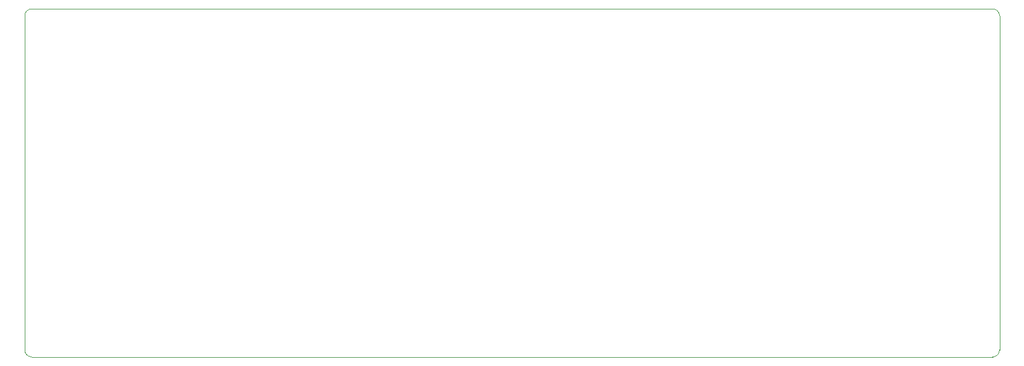
<source format=gbr>
%TF.GenerationSoftware,KiCad,Pcbnew,(6.0.0)*%
%TF.CreationDate,2022-01-09T22:19:22-05:00*%
%TF.ProjectId,Main-board-FeatherRP2040,4d61696e-2d62-46f6-9172-642d46656174,rev?*%
%TF.SameCoordinates,Original*%
%TF.FileFunction,Profile,NP*%
%FSLAX46Y46*%
G04 Gerber Fmt 4.6, Leading zero omitted, Abs format (unit mm)*
G04 Created by KiCad (PCBNEW (6.0.0)) date 2022-01-09 22:19:22*
%MOMM*%
%LPD*%
G01*
G04 APERTURE LIST*
%TA.AperFunction,Profile*%
%ADD10C,0.100000*%
%TD*%
G04 APERTURE END LIST*
D10*
X0Y-49000000D02*
G75*
G03*
X1000000Y-50000000I999999J-1D01*
G01*
X138999999Y-1D02*
X1000000Y0D01*
X1000000Y0D02*
G75*
G03*
X0Y-1000000I-1J-999999D01*
G01*
X1000000Y-50000000D02*
X139000000Y-50000000D01*
X0Y-1000000D02*
X0Y-49000000D01*
X139999999Y-1000001D02*
G75*
G03*
X138999999Y-1I-999999J1D01*
G01*
X140000000Y-49000000D02*
X140000000Y-1000000D01*
X138999999Y-49999999D02*
G75*
G03*
X139999999Y-48999999I1J999999D01*
G01*
M02*

</source>
